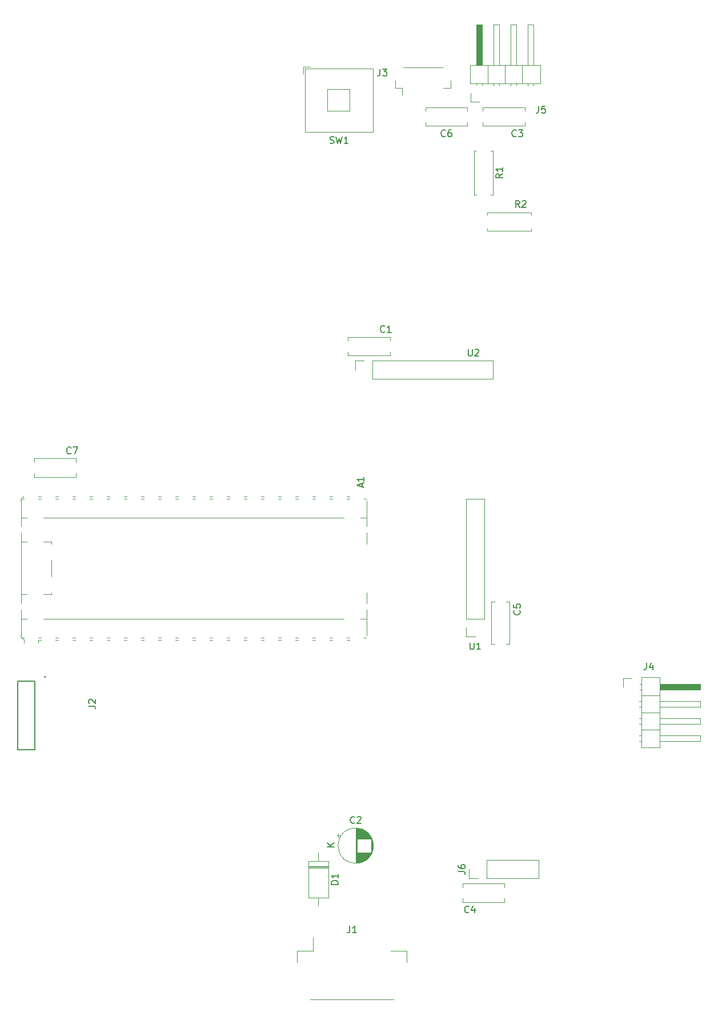
<source format=gbr>
%TF.GenerationSoftware,KiCad,Pcbnew,9.0.6*%
%TF.CreationDate,2025-12-22T22:41:29-05:00*%
%TF.ProjectId,TacoCopter_Flight_Controller,5461636f-436f-4707-9465-725f466c6967,rev?*%
%TF.SameCoordinates,Original*%
%TF.FileFunction,Legend,Top*%
%TF.FilePolarity,Positive*%
%FSLAX46Y46*%
G04 Gerber Fmt 4.6, Leading zero omitted, Abs format (unit mm)*
G04 Created by KiCad (PCBNEW 9.0.6) date 2025-12-22 22:41:29*
%MOMM*%
%LPD*%
G01*
G04 APERTURE LIST*
%ADD10C,0.150000*%
%ADD11C,0.120000*%
%ADD12C,0.200000*%
G04 APERTURE END LIST*
D10*
X156997732Y-110924819D02*
X156997732Y-111734342D01*
X156997732Y-111734342D02*
X157045351Y-111829580D01*
X157045351Y-111829580D02*
X157092970Y-111877200D01*
X157092970Y-111877200D02*
X157188208Y-111924819D01*
X157188208Y-111924819D02*
X157378684Y-111924819D01*
X157378684Y-111924819D02*
X157473922Y-111877200D01*
X157473922Y-111877200D02*
X157521541Y-111829580D01*
X157521541Y-111829580D02*
X157569160Y-111734342D01*
X157569160Y-111734342D02*
X157569160Y-110924819D01*
X158569160Y-111924819D02*
X157997732Y-111924819D01*
X158283446Y-111924819D02*
X158283446Y-110924819D01*
X158283446Y-110924819D02*
X158188208Y-111067676D01*
X158188208Y-111067676D02*
X158092970Y-111162914D01*
X158092970Y-111162914D02*
X157997732Y-111210533D01*
X140964104Y-87853339D02*
X140964104Y-87377149D01*
X141249819Y-87948577D02*
X140249819Y-87615244D01*
X140249819Y-87615244D02*
X141249819Y-87281911D01*
X141249819Y-86424768D02*
X141249819Y-86996196D01*
X141249819Y-86710482D02*
X140249819Y-86710482D01*
X140249819Y-86710482D02*
X140392676Y-86805720D01*
X140392676Y-86805720D02*
X140487914Y-86900958D01*
X140487914Y-86900958D02*
X140535533Y-86996196D01*
X97833333Y-82859580D02*
X97785714Y-82907200D01*
X97785714Y-82907200D02*
X97642857Y-82954819D01*
X97642857Y-82954819D02*
X97547619Y-82954819D01*
X97547619Y-82954819D02*
X97404762Y-82907200D01*
X97404762Y-82907200D02*
X97309524Y-82811961D01*
X97309524Y-82811961D02*
X97261905Y-82716723D01*
X97261905Y-82716723D02*
X97214286Y-82526247D01*
X97214286Y-82526247D02*
X97214286Y-82383390D01*
X97214286Y-82383390D02*
X97261905Y-82192914D01*
X97261905Y-82192914D02*
X97309524Y-82097676D01*
X97309524Y-82097676D02*
X97404762Y-82002438D01*
X97404762Y-82002438D02*
X97547619Y-81954819D01*
X97547619Y-81954819D02*
X97642857Y-81954819D01*
X97642857Y-81954819D02*
X97785714Y-82002438D01*
X97785714Y-82002438D02*
X97833333Y-82050057D01*
X98166667Y-81954819D02*
X98833333Y-81954819D01*
X98833333Y-81954819D02*
X98404762Y-82954819D01*
X153333333Y-35859580D02*
X153285714Y-35907200D01*
X153285714Y-35907200D02*
X153142857Y-35954819D01*
X153142857Y-35954819D02*
X153047619Y-35954819D01*
X153047619Y-35954819D02*
X152904762Y-35907200D01*
X152904762Y-35907200D02*
X152809524Y-35811961D01*
X152809524Y-35811961D02*
X152761905Y-35716723D01*
X152761905Y-35716723D02*
X152714286Y-35526247D01*
X152714286Y-35526247D02*
X152714286Y-35383390D01*
X152714286Y-35383390D02*
X152761905Y-35192914D01*
X152761905Y-35192914D02*
X152809524Y-35097676D01*
X152809524Y-35097676D02*
X152904762Y-35002438D01*
X152904762Y-35002438D02*
X153047619Y-34954819D01*
X153047619Y-34954819D02*
X153142857Y-34954819D01*
X153142857Y-34954819D02*
X153285714Y-35002438D01*
X153285714Y-35002438D02*
X153333333Y-35050057D01*
X154190476Y-34954819D02*
X154000000Y-34954819D01*
X154000000Y-34954819D02*
X153904762Y-35002438D01*
X153904762Y-35002438D02*
X153857143Y-35050057D01*
X153857143Y-35050057D02*
X153761905Y-35192914D01*
X153761905Y-35192914D02*
X153714286Y-35383390D01*
X153714286Y-35383390D02*
X153714286Y-35764342D01*
X153714286Y-35764342D02*
X153761905Y-35859580D01*
X153761905Y-35859580D02*
X153809524Y-35907200D01*
X153809524Y-35907200D02*
X153904762Y-35954819D01*
X153904762Y-35954819D02*
X154095238Y-35954819D01*
X154095238Y-35954819D02*
X154190476Y-35907200D01*
X154190476Y-35907200D02*
X154238095Y-35859580D01*
X154238095Y-35859580D02*
X154285714Y-35764342D01*
X154285714Y-35764342D02*
X154285714Y-35526247D01*
X154285714Y-35526247D02*
X154238095Y-35431009D01*
X154238095Y-35431009D02*
X154190476Y-35383390D01*
X154190476Y-35383390D02*
X154095238Y-35335771D01*
X154095238Y-35335771D02*
X153904762Y-35335771D01*
X153904762Y-35335771D02*
X153809524Y-35383390D01*
X153809524Y-35383390D02*
X153761905Y-35431009D01*
X153761905Y-35431009D02*
X153714286Y-35526247D01*
X164359580Y-106166666D02*
X164407200Y-106214285D01*
X164407200Y-106214285D02*
X164454819Y-106357142D01*
X164454819Y-106357142D02*
X164454819Y-106452380D01*
X164454819Y-106452380D02*
X164407200Y-106595237D01*
X164407200Y-106595237D02*
X164311961Y-106690475D01*
X164311961Y-106690475D02*
X164216723Y-106738094D01*
X164216723Y-106738094D02*
X164026247Y-106785713D01*
X164026247Y-106785713D02*
X163883390Y-106785713D01*
X163883390Y-106785713D02*
X163692914Y-106738094D01*
X163692914Y-106738094D02*
X163597676Y-106690475D01*
X163597676Y-106690475D02*
X163502438Y-106595237D01*
X163502438Y-106595237D02*
X163454819Y-106452380D01*
X163454819Y-106452380D02*
X163454819Y-106357142D01*
X163454819Y-106357142D02*
X163502438Y-106214285D01*
X163502438Y-106214285D02*
X163550057Y-106166666D01*
X163454819Y-105261904D02*
X163454819Y-105738094D01*
X163454819Y-105738094D02*
X163931009Y-105785713D01*
X163931009Y-105785713D02*
X163883390Y-105738094D01*
X163883390Y-105738094D02*
X163835771Y-105642856D01*
X163835771Y-105642856D02*
X163835771Y-105404761D01*
X163835771Y-105404761D02*
X163883390Y-105309523D01*
X163883390Y-105309523D02*
X163931009Y-105261904D01*
X163931009Y-105261904D02*
X164026247Y-105214285D01*
X164026247Y-105214285D02*
X164264342Y-105214285D01*
X164264342Y-105214285D02*
X164359580Y-105261904D01*
X164359580Y-105261904D02*
X164407200Y-105309523D01*
X164407200Y-105309523D02*
X164454819Y-105404761D01*
X164454819Y-105404761D02*
X164454819Y-105642856D01*
X164454819Y-105642856D02*
X164407200Y-105738094D01*
X164407200Y-105738094D02*
X164359580Y-105785713D01*
X156833333Y-150859580D02*
X156785714Y-150907200D01*
X156785714Y-150907200D02*
X156642857Y-150954819D01*
X156642857Y-150954819D02*
X156547619Y-150954819D01*
X156547619Y-150954819D02*
X156404762Y-150907200D01*
X156404762Y-150907200D02*
X156309524Y-150811961D01*
X156309524Y-150811961D02*
X156261905Y-150716723D01*
X156261905Y-150716723D02*
X156214286Y-150526247D01*
X156214286Y-150526247D02*
X156214286Y-150383390D01*
X156214286Y-150383390D02*
X156261905Y-150192914D01*
X156261905Y-150192914D02*
X156309524Y-150097676D01*
X156309524Y-150097676D02*
X156404762Y-150002438D01*
X156404762Y-150002438D02*
X156547619Y-149954819D01*
X156547619Y-149954819D02*
X156642857Y-149954819D01*
X156642857Y-149954819D02*
X156785714Y-150002438D01*
X156785714Y-150002438D02*
X156833333Y-150050057D01*
X157690476Y-150288152D02*
X157690476Y-150954819D01*
X157452381Y-149907200D02*
X157214286Y-150621485D01*
X157214286Y-150621485D02*
X157833333Y-150621485D01*
X163833333Y-35859580D02*
X163785714Y-35907200D01*
X163785714Y-35907200D02*
X163642857Y-35954819D01*
X163642857Y-35954819D02*
X163547619Y-35954819D01*
X163547619Y-35954819D02*
X163404762Y-35907200D01*
X163404762Y-35907200D02*
X163309524Y-35811961D01*
X163309524Y-35811961D02*
X163261905Y-35716723D01*
X163261905Y-35716723D02*
X163214286Y-35526247D01*
X163214286Y-35526247D02*
X163214286Y-35383390D01*
X163214286Y-35383390D02*
X163261905Y-35192914D01*
X163261905Y-35192914D02*
X163309524Y-35097676D01*
X163309524Y-35097676D02*
X163404762Y-35002438D01*
X163404762Y-35002438D02*
X163547619Y-34954819D01*
X163547619Y-34954819D02*
X163642857Y-34954819D01*
X163642857Y-34954819D02*
X163785714Y-35002438D01*
X163785714Y-35002438D02*
X163833333Y-35050057D01*
X164166667Y-34954819D02*
X164785714Y-34954819D01*
X164785714Y-34954819D02*
X164452381Y-35335771D01*
X164452381Y-35335771D02*
X164595238Y-35335771D01*
X164595238Y-35335771D02*
X164690476Y-35383390D01*
X164690476Y-35383390D02*
X164738095Y-35431009D01*
X164738095Y-35431009D02*
X164785714Y-35526247D01*
X164785714Y-35526247D02*
X164785714Y-35764342D01*
X164785714Y-35764342D02*
X164738095Y-35859580D01*
X164738095Y-35859580D02*
X164690476Y-35907200D01*
X164690476Y-35907200D02*
X164595238Y-35954819D01*
X164595238Y-35954819D02*
X164309524Y-35954819D01*
X164309524Y-35954819D02*
X164214286Y-35907200D01*
X164214286Y-35907200D02*
X164166667Y-35859580D01*
X139878221Y-137609580D02*
X139830602Y-137657200D01*
X139830602Y-137657200D02*
X139687745Y-137704819D01*
X139687745Y-137704819D02*
X139592507Y-137704819D01*
X139592507Y-137704819D02*
X139449650Y-137657200D01*
X139449650Y-137657200D02*
X139354412Y-137561961D01*
X139354412Y-137561961D02*
X139306793Y-137466723D01*
X139306793Y-137466723D02*
X139259174Y-137276247D01*
X139259174Y-137276247D02*
X139259174Y-137133390D01*
X139259174Y-137133390D02*
X139306793Y-136942914D01*
X139306793Y-136942914D02*
X139354412Y-136847676D01*
X139354412Y-136847676D02*
X139449650Y-136752438D01*
X139449650Y-136752438D02*
X139592507Y-136704819D01*
X139592507Y-136704819D02*
X139687745Y-136704819D01*
X139687745Y-136704819D02*
X139830602Y-136752438D01*
X139830602Y-136752438D02*
X139878221Y-136800057D01*
X140259174Y-136800057D02*
X140306793Y-136752438D01*
X140306793Y-136752438D02*
X140402031Y-136704819D01*
X140402031Y-136704819D02*
X140640126Y-136704819D01*
X140640126Y-136704819D02*
X140735364Y-136752438D01*
X140735364Y-136752438D02*
X140782983Y-136800057D01*
X140782983Y-136800057D02*
X140830602Y-136895295D01*
X140830602Y-136895295D02*
X140830602Y-136990533D01*
X140830602Y-136990533D02*
X140782983Y-137133390D01*
X140782983Y-137133390D02*
X140211555Y-137704819D01*
X140211555Y-137704819D02*
X140830602Y-137704819D01*
X144333333Y-64859580D02*
X144285714Y-64907200D01*
X144285714Y-64907200D02*
X144142857Y-64954819D01*
X144142857Y-64954819D02*
X144047619Y-64954819D01*
X144047619Y-64954819D02*
X143904762Y-64907200D01*
X143904762Y-64907200D02*
X143809524Y-64811961D01*
X143809524Y-64811961D02*
X143761905Y-64716723D01*
X143761905Y-64716723D02*
X143714286Y-64526247D01*
X143714286Y-64526247D02*
X143714286Y-64383390D01*
X143714286Y-64383390D02*
X143761905Y-64192914D01*
X143761905Y-64192914D02*
X143809524Y-64097676D01*
X143809524Y-64097676D02*
X143904762Y-64002438D01*
X143904762Y-64002438D02*
X144047619Y-63954819D01*
X144047619Y-63954819D02*
X144142857Y-63954819D01*
X144142857Y-63954819D02*
X144285714Y-64002438D01*
X144285714Y-64002438D02*
X144333333Y-64050057D01*
X145285714Y-64954819D02*
X144714286Y-64954819D01*
X145000000Y-64954819D02*
X145000000Y-63954819D01*
X145000000Y-63954819D02*
X144904762Y-64097676D01*
X144904762Y-64097676D02*
X144809524Y-64192914D01*
X144809524Y-64192914D02*
X144714286Y-64240533D01*
X161824819Y-41476666D02*
X161348628Y-41809999D01*
X161824819Y-42048094D02*
X160824819Y-42048094D01*
X160824819Y-42048094D02*
X160824819Y-41667142D01*
X160824819Y-41667142D02*
X160872438Y-41571904D01*
X160872438Y-41571904D02*
X160920057Y-41524285D01*
X160920057Y-41524285D02*
X161015295Y-41476666D01*
X161015295Y-41476666D02*
X161158152Y-41476666D01*
X161158152Y-41476666D02*
X161253390Y-41524285D01*
X161253390Y-41524285D02*
X161301009Y-41571904D01*
X161301009Y-41571904D02*
X161348628Y-41667142D01*
X161348628Y-41667142D02*
X161348628Y-42048094D01*
X161824819Y-40524285D02*
X161824819Y-41095713D01*
X161824819Y-40809999D02*
X160824819Y-40809999D01*
X160824819Y-40809999D02*
X160967676Y-40905237D01*
X160967676Y-40905237D02*
X161062914Y-41000475D01*
X161062914Y-41000475D02*
X161110533Y-41095713D01*
X136244167Y-36907200D02*
X136387024Y-36954819D01*
X136387024Y-36954819D02*
X136625119Y-36954819D01*
X136625119Y-36954819D02*
X136720357Y-36907200D01*
X136720357Y-36907200D02*
X136767976Y-36859580D01*
X136767976Y-36859580D02*
X136815595Y-36764342D01*
X136815595Y-36764342D02*
X136815595Y-36669104D01*
X136815595Y-36669104D02*
X136767976Y-36573866D01*
X136767976Y-36573866D02*
X136720357Y-36526247D01*
X136720357Y-36526247D02*
X136625119Y-36478628D01*
X136625119Y-36478628D02*
X136434643Y-36431009D01*
X136434643Y-36431009D02*
X136339405Y-36383390D01*
X136339405Y-36383390D02*
X136291786Y-36335771D01*
X136291786Y-36335771D02*
X136244167Y-36240533D01*
X136244167Y-36240533D02*
X136244167Y-36145295D01*
X136244167Y-36145295D02*
X136291786Y-36050057D01*
X136291786Y-36050057D02*
X136339405Y-36002438D01*
X136339405Y-36002438D02*
X136434643Y-35954819D01*
X136434643Y-35954819D02*
X136672738Y-35954819D01*
X136672738Y-35954819D02*
X136815595Y-36002438D01*
X137148929Y-35954819D02*
X137387024Y-36954819D01*
X137387024Y-36954819D02*
X137577500Y-36240533D01*
X137577500Y-36240533D02*
X137767976Y-36954819D01*
X137767976Y-36954819D02*
X138006072Y-35954819D01*
X138910833Y-36954819D02*
X138339405Y-36954819D01*
X138625119Y-36954819D02*
X138625119Y-35954819D01*
X138625119Y-35954819D02*
X138529881Y-36097676D01*
X138529881Y-36097676D02*
X138434643Y-36192914D01*
X138434643Y-36192914D02*
X138339405Y-36240533D01*
X183166666Y-113954819D02*
X183166666Y-114669104D01*
X183166666Y-114669104D02*
X183119047Y-114811961D01*
X183119047Y-114811961D02*
X183023809Y-114907200D01*
X183023809Y-114907200D02*
X182880952Y-114954819D01*
X182880952Y-114954819D02*
X182785714Y-114954819D01*
X184071428Y-114288152D02*
X184071428Y-114954819D01*
X183833333Y-113907200D02*
X183595238Y-114621485D01*
X183595238Y-114621485D02*
X184214285Y-114621485D01*
X139166666Y-152904819D02*
X139166666Y-153619104D01*
X139166666Y-153619104D02*
X139119047Y-153761961D01*
X139119047Y-153761961D02*
X139023809Y-153857200D01*
X139023809Y-153857200D02*
X138880952Y-153904819D01*
X138880952Y-153904819D02*
X138785714Y-153904819D01*
X140166666Y-153904819D02*
X139595238Y-153904819D01*
X139880952Y-153904819D02*
X139880952Y-152904819D01*
X139880952Y-152904819D02*
X139785714Y-153047676D01*
X139785714Y-153047676D02*
X139690476Y-153142914D01*
X139690476Y-153142914D02*
X139595238Y-153190533D01*
X100454819Y-120333333D02*
X101169104Y-120333333D01*
X101169104Y-120333333D02*
X101311961Y-120380952D01*
X101311961Y-120380952D02*
X101407200Y-120476190D01*
X101407200Y-120476190D02*
X101454819Y-120619047D01*
X101454819Y-120619047D02*
X101454819Y-120714285D01*
X100550057Y-119904761D02*
X100502438Y-119857142D01*
X100502438Y-119857142D02*
X100454819Y-119761904D01*
X100454819Y-119761904D02*
X100454819Y-119523809D01*
X100454819Y-119523809D02*
X100502438Y-119428571D01*
X100502438Y-119428571D02*
X100550057Y-119380952D01*
X100550057Y-119380952D02*
X100645295Y-119333333D01*
X100645295Y-119333333D02*
X100740533Y-119333333D01*
X100740533Y-119333333D02*
X100883390Y-119380952D01*
X100883390Y-119380952D02*
X101454819Y-119952380D01*
X101454819Y-119952380D02*
X101454819Y-119333333D01*
X155264819Y-144833333D02*
X155979104Y-144833333D01*
X155979104Y-144833333D02*
X156121961Y-144880952D01*
X156121961Y-144880952D02*
X156217200Y-144976190D01*
X156217200Y-144976190D02*
X156264819Y-145119047D01*
X156264819Y-145119047D02*
X156264819Y-145214285D01*
X155264819Y-143928571D02*
X155264819Y-144119047D01*
X155264819Y-144119047D02*
X155312438Y-144214285D01*
X155312438Y-144214285D02*
X155360057Y-144261904D01*
X155360057Y-144261904D02*
X155502914Y-144357142D01*
X155502914Y-144357142D02*
X155693390Y-144404761D01*
X155693390Y-144404761D02*
X156074342Y-144404761D01*
X156074342Y-144404761D02*
X156169580Y-144357142D01*
X156169580Y-144357142D02*
X156217200Y-144309523D01*
X156217200Y-144309523D02*
X156264819Y-144214285D01*
X156264819Y-144214285D02*
X156264819Y-144023809D01*
X156264819Y-144023809D02*
X156217200Y-143928571D01*
X156217200Y-143928571D02*
X156169580Y-143880952D01*
X156169580Y-143880952D02*
X156074342Y-143833333D01*
X156074342Y-143833333D02*
X155836247Y-143833333D01*
X155836247Y-143833333D02*
X155741009Y-143880952D01*
X155741009Y-143880952D02*
X155693390Y-143928571D01*
X155693390Y-143928571D02*
X155645771Y-144023809D01*
X155645771Y-144023809D02*
X155645771Y-144214285D01*
X155645771Y-144214285D02*
X155693390Y-144309523D01*
X155693390Y-144309523D02*
X155741009Y-144357142D01*
X155741009Y-144357142D02*
X155836247Y-144404761D01*
X156738095Y-67454819D02*
X156738095Y-68264342D01*
X156738095Y-68264342D02*
X156785714Y-68359580D01*
X156785714Y-68359580D02*
X156833333Y-68407200D01*
X156833333Y-68407200D02*
X156928571Y-68454819D01*
X156928571Y-68454819D02*
X157119047Y-68454819D01*
X157119047Y-68454819D02*
X157214285Y-68407200D01*
X157214285Y-68407200D02*
X157261904Y-68359580D01*
X157261904Y-68359580D02*
X157309523Y-68264342D01*
X157309523Y-68264342D02*
X157309523Y-67454819D01*
X157738095Y-67550057D02*
X157785714Y-67502438D01*
X157785714Y-67502438D02*
X157880952Y-67454819D01*
X157880952Y-67454819D02*
X158119047Y-67454819D01*
X158119047Y-67454819D02*
X158214285Y-67502438D01*
X158214285Y-67502438D02*
X158261904Y-67550057D01*
X158261904Y-67550057D02*
X158309523Y-67645295D01*
X158309523Y-67645295D02*
X158309523Y-67740533D01*
X158309523Y-67740533D02*
X158261904Y-67883390D01*
X158261904Y-67883390D02*
X157690476Y-68454819D01*
X157690476Y-68454819D02*
X158309523Y-68454819D01*
X143666666Y-25954819D02*
X143666666Y-26669104D01*
X143666666Y-26669104D02*
X143619047Y-26811961D01*
X143619047Y-26811961D02*
X143523809Y-26907200D01*
X143523809Y-26907200D02*
X143380952Y-26954819D01*
X143380952Y-26954819D02*
X143285714Y-26954819D01*
X144047619Y-25954819D02*
X144666666Y-25954819D01*
X144666666Y-25954819D02*
X144333333Y-26335771D01*
X144333333Y-26335771D02*
X144476190Y-26335771D01*
X144476190Y-26335771D02*
X144571428Y-26383390D01*
X144571428Y-26383390D02*
X144619047Y-26431009D01*
X144619047Y-26431009D02*
X144666666Y-26526247D01*
X144666666Y-26526247D02*
X144666666Y-26764342D01*
X144666666Y-26764342D02*
X144619047Y-26859580D01*
X144619047Y-26859580D02*
X144571428Y-26907200D01*
X144571428Y-26907200D02*
X144476190Y-26954819D01*
X144476190Y-26954819D02*
X144190476Y-26954819D01*
X144190476Y-26954819D02*
X144095238Y-26907200D01*
X144095238Y-26907200D02*
X144047619Y-26859580D01*
X137424819Y-146738094D02*
X136424819Y-146738094D01*
X136424819Y-146738094D02*
X136424819Y-146499999D01*
X136424819Y-146499999D02*
X136472438Y-146357142D01*
X136472438Y-146357142D02*
X136567676Y-146261904D01*
X136567676Y-146261904D02*
X136662914Y-146214285D01*
X136662914Y-146214285D02*
X136853390Y-146166666D01*
X136853390Y-146166666D02*
X136996247Y-146166666D01*
X136996247Y-146166666D02*
X137186723Y-146214285D01*
X137186723Y-146214285D02*
X137281961Y-146261904D01*
X137281961Y-146261904D02*
X137377200Y-146357142D01*
X137377200Y-146357142D02*
X137424819Y-146499999D01*
X137424819Y-146499999D02*
X137424819Y-146738094D01*
X137424819Y-145214285D02*
X137424819Y-145785713D01*
X137424819Y-145499999D02*
X136424819Y-145499999D01*
X136424819Y-145499999D02*
X136567676Y-145595237D01*
X136567676Y-145595237D02*
X136662914Y-145690475D01*
X136662914Y-145690475D02*
X136710533Y-145785713D01*
X136854819Y-141181904D02*
X135854819Y-141181904D01*
X136854819Y-140610476D02*
X136283390Y-141039047D01*
X135854819Y-140610476D02*
X136426247Y-141181904D01*
X164333333Y-46454819D02*
X164000000Y-45978628D01*
X163761905Y-46454819D02*
X163761905Y-45454819D01*
X163761905Y-45454819D02*
X164142857Y-45454819D01*
X164142857Y-45454819D02*
X164238095Y-45502438D01*
X164238095Y-45502438D02*
X164285714Y-45550057D01*
X164285714Y-45550057D02*
X164333333Y-45645295D01*
X164333333Y-45645295D02*
X164333333Y-45788152D01*
X164333333Y-45788152D02*
X164285714Y-45883390D01*
X164285714Y-45883390D02*
X164238095Y-45931009D01*
X164238095Y-45931009D02*
X164142857Y-45978628D01*
X164142857Y-45978628D02*
X163761905Y-45978628D01*
X164714286Y-45550057D02*
X164761905Y-45502438D01*
X164761905Y-45502438D02*
X164857143Y-45454819D01*
X164857143Y-45454819D02*
X165095238Y-45454819D01*
X165095238Y-45454819D02*
X165190476Y-45502438D01*
X165190476Y-45502438D02*
X165238095Y-45550057D01*
X165238095Y-45550057D02*
X165285714Y-45645295D01*
X165285714Y-45645295D02*
X165285714Y-45740533D01*
X165285714Y-45740533D02*
X165238095Y-45883390D01*
X165238095Y-45883390D02*
X164666667Y-46454819D01*
X164666667Y-46454819D02*
X165285714Y-46454819D01*
X167166666Y-31454819D02*
X167166666Y-32169104D01*
X167166666Y-32169104D02*
X167119047Y-32311961D01*
X167119047Y-32311961D02*
X167023809Y-32407200D01*
X167023809Y-32407200D02*
X166880952Y-32454819D01*
X166880952Y-32454819D02*
X166785714Y-32454819D01*
X168119047Y-31454819D02*
X167642857Y-31454819D01*
X167642857Y-31454819D02*
X167595238Y-31931009D01*
X167595238Y-31931009D02*
X167642857Y-31883390D01*
X167642857Y-31883390D02*
X167738095Y-31835771D01*
X167738095Y-31835771D02*
X167976190Y-31835771D01*
X167976190Y-31835771D02*
X168071428Y-31883390D01*
X168071428Y-31883390D02*
X168119047Y-31931009D01*
X168119047Y-31931009D02*
X168166666Y-32026247D01*
X168166666Y-32026247D02*
X168166666Y-32264342D01*
X168166666Y-32264342D02*
X168119047Y-32359580D01*
X168119047Y-32359580D02*
X168071428Y-32407200D01*
X168071428Y-32407200D02*
X167976190Y-32454819D01*
X167976190Y-32454819D02*
X167738095Y-32454819D01*
X167738095Y-32454819D02*
X167642857Y-32407200D01*
X167642857Y-32407200D02*
X167595238Y-32359580D01*
D11*
%TO.C,U1*%
X159089637Y-107430000D02*
X159089637Y-89590000D01*
X159089637Y-107430000D02*
X156429637Y-107430000D01*
X159089637Y-89590000D02*
X156429637Y-89590000D01*
X157759637Y-110030000D02*
X156429637Y-110030000D01*
X156429637Y-110030000D02*
X156429637Y-108700000D01*
X156429637Y-107430000D02*
X156429637Y-89590000D01*
%TO.C,A1*%
X90840000Y-110469676D02*
G75*
G02*
X90420000Y-109890000I190051J579692D01*
G01*
X90420000Y-89890000D02*
G75*
G02*
X90840063Y-89310324I610000J0D01*
G01*
X141640000Y-109890000D02*
X141640000Y-106052061D01*
X141640000Y-103490000D02*
X141640000Y-105127939D01*
X141640000Y-94652061D02*
X141640000Y-96290000D01*
X141640000Y-93727939D02*
X141640000Y-89890000D01*
X141219937Y-110160000D02*
X141577000Y-110160000D01*
X141219937Y-89620000D02*
X141577000Y-89620000D01*
X140726480Y-107400000D02*
X141640000Y-107400000D01*
X140726480Y-92380000D02*
X141640000Y-92380000D01*
X138680000Y-110500000D02*
X139100000Y-110500000D01*
X138680000Y-110160000D02*
X139100000Y-110160000D01*
X138680000Y-89620000D02*
X139100000Y-89620000D01*
X138680000Y-89280000D02*
X139100000Y-89280000D01*
X136140000Y-110500000D02*
X136560000Y-110500000D01*
X136140000Y-110160000D02*
X136560000Y-110160000D01*
X136140000Y-89620000D02*
X136560000Y-89620000D01*
X136140000Y-89280000D02*
X136560000Y-89280000D01*
X133600000Y-110500000D02*
X134020000Y-110500000D01*
X133600000Y-110160000D02*
X134020000Y-110160000D01*
X133600000Y-89620000D02*
X134020000Y-89620000D01*
X133600000Y-89280000D02*
X134020000Y-89280000D01*
X131060000Y-110500000D02*
X131480000Y-110500000D01*
X131060000Y-110160000D02*
X131480000Y-110160000D01*
X131060000Y-89620000D02*
X131480000Y-89620000D01*
X131060000Y-89280000D02*
X131480000Y-89280000D01*
X128520000Y-110500000D02*
X128940000Y-110500000D01*
X128520000Y-110160000D02*
X128940000Y-110160000D01*
X128520000Y-89620000D02*
X128940000Y-89620000D01*
X128520000Y-89280000D02*
X128940000Y-89280000D01*
X125980000Y-110500000D02*
X126400000Y-110500000D01*
X125980000Y-110160000D02*
X126400000Y-110160000D01*
X125980000Y-89620000D02*
X126400000Y-89620000D01*
X125980000Y-89280000D02*
X126400000Y-89280000D01*
X123440000Y-110500000D02*
X123860000Y-110500000D01*
X123440000Y-110160000D02*
X123860000Y-110160000D01*
X123440000Y-89620000D02*
X123860000Y-89620000D01*
X123440000Y-89280000D02*
X123860000Y-89280000D01*
X120900000Y-110500000D02*
X121320000Y-110500000D01*
X120900000Y-110160000D02*
X121320000Y-110160000D01*
X120900000Y-89620000D02*
X121320000Y-89620000D01*
X120900000Y-89280000D02*
X121320000Y-89280000D01*
X118360000Y-110500000D02*
X118780000Y-110500000D01*
X118360000Y-110160000D02*
X118780000Y-110160000D01*
X118360000Y-89620000D02*
X118780000Y-89620000D01*
X118360000Y-89280000D02*
X118780000Y-89280000D01*
X115820000Y-110500000D02*
X116240000Y-110500000D01*
X115820000Y-110160000D02*
X116240000Y-110160000D01*
X115820000Y-89620000D02*
X116240000Y-89620000D01*
X115820000Y-89280000D02*
X116240000Y-89280000D01*
X113280000Y-110500000D02*
X113700000Y-110500000D01*
X113280000Y-110160000D02*
X113700000Y-110160000D01*
X113280000Y-89620000D02*
X113700000Y-89620000D01*
X113280000Y-89280000D02*
X113700000Y-89280000D01*
X110740000Y-110500000D02*
X111160000Y-110500000D01*
X110740000Y-110160000D02*
X111160000Y-110160000D01*
X110740000Y-89620000D02*
X111160000Y-89620000D01*
X110740000Y-89280000D02*
X111160000Y-89280000D01*
X108200000Y-110500000D02*
X108620000Y-110500000D01*
X108200000Y-110160000D02*
X108620000Y-110160000D01*
X108200000Y-89620000D02*
X108620000Y-89620000D01*
X108200000Y-89280000D02*
X108620000Y-89280000D01*
X105660000Y-110500000D02*
X106080000Y-110500000D01*
X105660000Y-110160000D02*
X106080000Y-110160000D01*
X105660000Y-89620000D02*
X106080000Y-89620000D01*
X105660000Y-89280000D02*
X106080000Y-89280000D01*
X103120000Y-110500000D02*
X103540000Y-110500000D01*
X103120000Y-110160000D02*
X103540000Y-110160000D01*
X103120000Y-89620000D02*
X103540000Y-89620000D01*
X103120000Y-89280000D02*
X103540000Y-89280000D01*
X100580000Y-110500000D02*
X101000000Y-110500000D01*
X100580000Y-110160000D02*
X101000000Y-110160000D01*
X100580000Y-89620000D02*
X101000000Y-89620000D01*
X100580000Y-89280000D02*
X101000000Y-89280000D01*
X98040000Y-110500000D02*
X98460000Y-110500000D01*
X98040000Y-110160000D02*
X98460000Y-110160000D01*
X98040000Y-89620000D02*
X98460000Y-89620000D01*
X98040000Y-89280000D02*
X98460000Y-89280000D01*
X95500000Y-110500000D02*
X95920000Y-110500000D01*
X95500000Y-110160000D02*
X95920000Y-110160000D01*
X95500000Y-89620000D02*
X95920000Y-89620000D01*
X95500000Y-89280000D02*
X95920000Y-89280000D01*
X94940000Y-103790000D02*
X94940000Y-103493910D01*
X94940000Y-101136090D02*
X94940000Y-98643910D01*
X94940000Y-96286090D02*
X94940000Y-95990000D01*
X93726480Y-107400000D02*
X138333520Y-107400000D01*
X93726480Y-92380000D02*
X138333520Y-92380000D01*
X93724000Y-103790000D02*
X94940000Y-103790000D01*
X93724000Y-95990000D02*
X94940000Y-95990000D01*
X92960000Y-110500000D02*
X93380000Y-110500000D01*
X92960000Y-110500000D02*
X92960000Y-110980000D01*
X92960000Y-110160000D02*
X93380000Y-110160000D01*
X92960000Y-89620000D02*
X93380000Y-89620000D01*
X92960000Y-89280000D02*
X93380000Y-89280000D01*
X90840063Y-110160000D02*
X90483000Y-110160000D01*
X90840063Y-89620000D02*
X90483000Y-89620000D01*
X90840000Y-110469676D02*
X90840000Y-110980000D01*
X90420000Y-109890000D02*
X90420000Y-107400000D01*
X90420000Y-107400000D02*
X91333520Y-107400000D01*
X90420000Y-107400000D02*
X90420000Y-106052060D01*
X90420000Y-105127939D02*
X90420000Y-104125000D01*
X90420000Y-104125000D02*
X90420000Y-95655000D01*
X90420000Y-103790000D02*
X91336000Y-103790000D01*
X90420000Y-95990000D02*
X91336000Y-95990000D01*
X90420000Y-95655000D02*
X90420000Y-94652061D01*
X90420000Y-93727939D02*
X90420000Y-92380000D01*
X90420000Y-92380000D02*
X91333520Y-92380000D01*
X90420000Y-89890000D02*
X90420000Y-92380000D01*
%TO.C,C7*%
X98620000Y-86370000D02*
X92380000Y-86370000D01*
X98620000Y-85835000D02*
X98620000Y-86370000D01*
X98620000Y-83630000D02*
X98620000Y-84165000D01*
X92380000Y-86370000D02*
X92380000Y-85835000D01*
X92380000Y-84165000D02*
X92380000Y-83630000D01*
X92380000Y-83630000D02*
X98620000Y-83630000D01*
%TO.C,C6*%
X156620000Y-34370000D02*
X150380000Y-34370000D01*
X156620000Y-33835000D02*
X156620000Y-34370000D01*
X156620000Y-31630000D02*
X156620000Y-32165000D01*
X150380000Y-34370000D02*
X150380000Y-33835000D01*
X150380000Y-32165000D02*
X150380000Y-31630000D01*
X150380000Y-31630000D02*
X156620000Y-31630000D01*
%TO.C,C5*%
X160130000Y-111120000D02*
X160130000Y-104880000D01*
X160665000Y-111120000D02*
X160130000Y-111120000D01*
X162870000Y-111120000D02*
X162335000Y-111120000D01*
X160130000Y-104880000D02*
X160665000Y-104880000D01*
X162335000Y-104880000D02*
X162870000Y-104880000D01*
X162870000Y-104880000D02*
X162870000Y-111120000D01*
%TO.C,C4*%
X162120000Y-149370000D02*
X155880000Y-149370000D01*
X162120000Y-148835000D02*
X162120000Y-149370000D01*
X162120000Y-146630000D02*
X162120000Y-147165000D01*
X155880000Y-149370000D02*
X155880000Y-148835000D01*
X155880000Y-147165000D02*
X155880000Y-146630000D01*
X155880000Y-146630000D02*
X162120000Y-146630000D01*
%TO.C,C3*%
X165120000Y-34370000D02*
X158880000Y-34370000D01*
X165120000Y-33835000D02*
X165120000Y-34370000D01*
X165120000Y-31630000D02*
X165120000Y-32165000D01*
X158880000Y-34370000D02*
X158880000Y-33835000D01*
X158880000Y-32165000D02*
X158880000Y-31630000D01*
X158880000Y-31630000D02*
X165120000Y-31630000D01*
%TO.C,C2*%
X137240113Y-139525000D02*
X137740113Y-139525000D01*
X137490113Y-139275000D02*
X137490113Y-139775000D01*
X140044888Y-138420000D02*
X140044888Y-143580000D01*
X140084888Y-138420000D02*
X140084888Y-143580000D01*
X140124888Y-138421000D02*
X140124888Y-143579000D01*
X140164888Y-138423000D02*
X140164888Y-143577000D01*
X140204888Y-138425000D02*
X140204888Y-143575000D01*
X140244888Y-138428000D02*
X140244888Y-143572000D01*
X140284888Y-138431000D02*
X140284888Y-139960000D01*
X140284888Y-142040000D02*
X140284888Y-143569000D01*
X140324888Y-138435000D02*
X140324888Y-139960000D01*
X140324888Y-142040000D02*
X140324888Y-143565000D01*
X140364888Y-138440000D02*
X140364888Y-139960000D01*
X140364888Y-142040000D02*
X140364888Y-143560000D01*
X140404888Y-138445000D02*
X140404888Y-139960000D01*
X140404888Y-142040000D02*
X140404888Y-143555000D01*
X140444888Y-138451000D02*
X140444888Y-139960000D01*
X140444888Y-142040000D02*
X140444888Y-143549000D01*
X140484888Y-138457000D02*
X140484888Y-139960000D01*
X140484888Y-142040000D02*
X140484888Y-143543000D01*
X140524888Y-138464000D02*
X140524888Y-139960000D01*
X140524888Y-142040000D02*
X140524888Y-143536000D01*
X140564888Y-138472000D02*
X140564888Y-139960000D01*
X140564888Y-142040000D02*
X140564888Y-143528000D01*
X140604888Y-138481000D02*
X140604888Y-139960000D01*
X140604888Y-142040000D02*
X140604888Y-143519000D01*
X140644888Y-138490000D02*
X140644888Y-139960000D01*
X140644888Y-142040000D02*
X140644888Y-143510000D01*
X140684888Y-138499000D02*
X140684888Y-139960000D01*
X140684888Y-142040000D02*
X140684888Y-143501000D01*
X140724888Y-138510000D02*
X140724888Y-139960000D01*
X140724888Y-142040000D02*
X140724888Y-143490000D01*
X140764888Y-138521000D02*
X140764888Y-139960000D01*
X140764888Y-142040000D02*
X140764888Y-143479000D01*
X140804888Y-138533000D02*
X140804888Y-139960000D01*
X140804888Y-142040000D02*
X140804888Y-143467000D01*
X140844888Y-138545000D02*
X140844888Y-139960000D01*
X140844888Y-142040000D02*
X140844888Y-143455000D01*
X140884888Y-138558000D02*
X140884888Y-139960000D01*
X140884888Y-142040000D02*
X140884888Y-143442000D01*
X140924888Y-138572000D02*
X140924888Y-139960000D01*
X140924888Y-142040000D02*
X140924888Y-143428000D01*
X140964888Y-138587000D02*
X140964888Y-139960000D01*
X140964888Y-142040000D02*
X140964888Y-143413000D01*
X141004888Y-138602000D02*
X141004888Y-139960000D01*
X141004888Y-142040000D02*
X141004888Y-143398000D01*
X141044888Y-138618000D02*
X141044888Y-139960000D01*
X141044888Y-142040000D02*
X141044888Y-143382000D01*
X141084888Y-138635000D02*
X141084888Y-139960000D01*
X141084888Y-142040000D02*
X141084888Y-143365000D01*
X141124888Y-138653000D02*
X141124888Y-139960000D01*
X141124888Y-142040000D02*
X141124888Y-143347000D01*
X141164888Y-138671000D02*
X141164888Y-139960000D01*
X141164888Y-142040000D02*
X141164888Y-143329000D01*
X141204888Y-138691000D02*
X141204888Y-139960000D01*
X141204888Y-142040000D02*
X141204888Y-143309000D01*
X141244888Y-138711000D02*
X141244888Y-139960000D01*
X141244888Y-142040000D02*
X141244888Y-143289000D01*
X141284888Y-138732000D02*
X141284888Y-139960000D01*
X141284888Y-142040000D02*
X141284888Y-143268000D01*
X141324888Y-138754000D02*
X141324888Y-139960000D01*
X141324888Y-142040000D02*
X141324888Y-143246000D01*
X141364888Y-138777000D02*
X141364888Y-139960000D01*
X141364888Y-142040000D02*
X141364888Y-143223000D01*
X141404888Y-138801000D02*
X141404888Y-139960000D01*
X141404888Y-142040000D02*
X141404888Y-143199000D01*
X141444888Y-138825000D02*
X141444888Y-139960000D01*
X141444888Y-142040000D02*
X141444888Y-143175000D01*
X141484888Y-138851000D02*
X141484888Y-139960000D01*
X141484888Y-142040000D02*
X141484888Y-143149000D01*
X141524888Y-138878000D02*
X141524888Y-139960000D01*
X141524888Y-142040000D02*
X141524888Y-143122000D01*
X141564888Y-138906000D02*
X141564888Y-139960000D01*
X141564888Y-142040000D02*
X141564888Y-143094000D01*
X141604888Y-138935000D02*
X141604888Y-139960000D01*
X141604888Y-142040000D02*
X141604888Y-143065000D01*
X141644888Y-138965000D02*
X141644888Y-139960000D01*
X141644888Y-142040000D02*
X141644888Y-143035000D01*
X141684888Y-138997000D02*
X141684888Y-139960000D01*
X141684888Y-142040000D02*
X141684888Y-143003000D01*
X141724888Y-139030000D02*
X141724888Y-139960000D01*
X141724888Y-142040000D02*
X141724888Y-142970000D01*
X141764888Y-139064000D02*
X141764888Y-139960000D01*
X141764888Y-142040000D02*
X141764888Y-142936000D01*
X141804888Y-139099000D02*
X141804888Y-139960000D01*
X141804888Y-142040000D02*
X141804888Y-142901000D01*
X141844888Y-139136000D02*
X141844888Y-139960000D01*
X141844888Y-142040000D02*
X141844888Y-142864000D01*
X141884888Y-139175000D02*
X141884888Y-139960000D01*
X141884888Y-142040000D02*
X141884888Y-142825000D01*
X141924888Y-139215000D02*
X141924888Y-139960000D01*
X141924888Y-142040000D02*
X141924888Y-142785000D01*
X141964888Y-139257000D02*
X141964888Y-139960000D01*
X141964888Y-142040000D02*
X141964888Y-142743000D01*
X142004888Y-139301000D02*
X142004888Y-139960000D01*
X142004888Y-142040000D02*
X142004888Y-142699000D01*
X142044888Y-139348000D02*
X142044888Y-139960000D01*
X142044888Y-142040000D02*
X142044888Y-142652000D01*
X142084888Y-139396000D02*
X142084888Y-139960000D01*
X142084888Y-142040000D02*
X142084888Y-142604000D01*
X142124888Y-139447000D02*
X142124888Y-139960000D01*
X142124888Y-142040000D02*
X142124888Y-142553000D01*
X142164888Y-139501000D02*
X142164888Y-139960000D01*
X142164888Y-142040000D02*
X142164888Y-142499000D01*
X142204888Y-139557000D02*
X142204888Y-139960000D01*
X142204888Y-142040000D02*
X142204888Y-142443000D01*
X142244888Y-139617000D02*
X142244888Y-139960000D01*
X142244888Y-142040000D02*
X142244888Y-142383000D01*
X142284888Y-139681000D02*
X142284888Y-139960000D01*
X142284888Y-142040000D02*
X142284888Y-142319000D01*
X142324888Y-139749000D02*
X142324888Y-139960000D01*
X142324888Y-142040000D02*
X142324888Y-142251000D01*
X142364888Y-139823000D02*
X142364888Y-142177000D01*
X142404888Y-139902000D02*
X142404888Y-142098000D01*
X142444888Y-139989000D02*
X142444888Y-142011000D01*
X142484888Y-140086000D02*
X142484888Y-141914000D01*
X142524888Y-140195000D02*
X142524888Y-141805000D01*
X142564888Y-140323000D02*
X142564888Y-141677000D01*
X142604888Y-140483000D02*
X142604888Y-141517000D01*
X142644888Y-140717000D02*
X142644888Y-141283000D01*
X142664888Y-141000000D02*
G75*
G02*
X137424888Y-141000000I-2620000J0D01*
G01*
X137424888Y-141000000D02*
G75*
G02*
X142664888Y-141000000I2620000J0D01*
G01*
%TO.C,C1*%
X145120000Y-68370000D02*
X138880000Y-68370000D01*
X145120000Y-67835000D02*
X145120000Y-68370000D01*
X145120000Y-65630000D02*
X145120000Y-66165000D01*
X138880000Y-68370000D02*
X138880000Y-67835000D01*
X138880000Y-66165000D02*
X138880000Y-65630000D01*
X138880000Y-65630000D02*
X145120000Y-65630000D01*
%TO.C,R1*%
X160370000Y-38040000D02*
X160370000Y-44580000D01*
X160040000Y-38040000D02*
X160370000Y-38040000D01*
X157960000Y-38040000D02*
X157630000Y-38040000D01*
X157630000Y-38040000D02*
X157630000Y-44580000D01*
X160370000Y-44580000D02*
X160040000Y-44580000D01*
X157630000Y-44580000D02*
X157960000Y-44580000D01*
%TO.C,SW1*%
X132307500Y-26607500D02*
X132307500Y-25607500D01*
X132557500Y-35297500D02*
X132557500Y-25857500D01*
X133307500Y-25607500D02*
X132307500Y-25607500D01*
X135877500Y-28877500D02*
X135877500Y-32177500D01*
X139177500Y-28877500D02*
X135877500Y-28877500D01*
X139177500Y-28877500D02*
X139177500Y-32177500D01*
X139177500Y-32177500D02*
X135877500Y-32177500D01*
X142597500Y-25857500D02*
X132557500Y-25857500D01*
X142597500Y-35297500D02*
X132557500Y-35297500D01*
X142597500Y-35297500D02*
X142597500Y-25857500D01*
%TO.C,J4*%
X179730000Y-116190000D02*
X181000000Y-116190000D01*
X179730000Y-117460000D02*
X179730000Y-116190000D01*
X182077358Y-119570000D02*
X182390000Y-119570000D01*
X182077358Y-120430000D02*
X182390000Y-120430000D01*
X182077358Y-122110000D02*
X182390000Y-122110000D01*
X182077358Y-122970000D02*
X182390000Y-122970000D01*
X182077358Y-124650000D02*
X182390000Y-124650000D01*
X182077358Y-125510000D02*
X182390000Y-125510000D01*
X182160000Y-117030000D02*
X182390000Y-117030000D01*
X182160000Y-117890000D02*
X182390000Y-117890000D01*
X182390000Y-116080000D02*
X182390000Y-126460000D01*
X182390000Y-118730000D02*
X185150000Y-118730000D01*
X182390000Y-121270000D02*
X185150000Y-121270000D01*
X182390000Y-123810000D02*
X185150000Y-123810000D01*
X182390000Y-126460000D02*
X185150000Y-126460000D01*
X185150000Y-116080000D02*
X182390000Y-116080000D01*
X185150000Y-119570000D02*
X191150000Y-119570000D01*
X185150000Y-122110000D02*
X191150000Y-122110000D01*
X185150000Y-124650000D02*
X191150000Y-124650000D01*
X185150000Y-126460000D02*
X185150000Y-116080000D01*
X191150000Y-119570000D02*
X191150000Y-120430000D01*
X191150000Y-120430000D02*
X185150000Y-120430000D01*
X191150000Y-122110000D02*
X191150000Y-122970000D01*
X191150000Y-122970000D02*
X185150000Y-122970000D01*
X191150000Y-124650000D02*
X191150000Y-125510000D01*
X191150000Y-125510000D02*
X185150000Y-125510000D01*
X185150000Y-117030000D02*
X191150000Y-117030000D01*
X191150000Y-117890000D01*
X185150000Y-117890000D01*
X185150000Y-117030000D01*
G36*
X185150000Y-117030000D02*
G01*
X191150000Y-117030000D01*
X191150000Y-117890000D01*
X185150000Y-117890000D01*
X185150000Y-117030000D01*
G37*
%TO.C,J1*%
X131390000Y-156590000D02*
X133740000Y-156590000D01*
X131390000Y-158290000D02*
X131390000Y-156590000D01*
X133310000Y-163760000D02*
X145690000Y-163760000D01*
X133740000Y-156590000D02*
X133740000Y-154650000D01*
X147610000Y-156590000D02*
X145260000Y-156590000D01*
X147610000Y-158290000D02*
X147610000Y-156590000D01*
D12*
%TO.C,J2*%
X92500000Y-126810000D02*
X92500000Y-116650000D01*
X92500000Y-126810000D02*
X89960000Y-126810000D01*
X89960000Y-126810000D02*
X89960000Y-116650000D01*
X89960000Y-116650000D02*
X92500000Y-116650000D01*
X94100000Y-116000000D02*
G75*
G02*
X93900000Y-116000000I-100000J0D01*
G01*
X93900000Y-116000000D02*
G75*
G02*
X94100000Y-116000000I100000J0D01*
G01*
D11*
%TO.C,J6*%
X156810000Y-145880000D02*
X156810000Y-144500000D01*
X158190000Y-145880000D02*
X156810000Y-145880000D01*
X159460000Y-145880000D02*
X167190000Y-145880000D01*
X159460000Y-145880000D02*
X159460000Y-143120000D01*
X167190000Y-145880000D02*
X167190000Y-143120000D01*
X159460000Y-143120000D02*
X167190000Y-143120000D01*
%TO.C,U2*%
X142570000Y-71830000D02*
X160410000Y-71830000D01*
X142570000Y-71830000D02*
X142570000Y-69170000D01*
X160410000Y-71830000D02*
X160410000Y-69170000D01*
X139970000Y-70500000D02*
X139970000Y-69170000D01*
X139970000Y-69170000D02*
X141300000Y-69170000D01*
X142570000Y-69170000D02*
X160410000Y-69170000D01*
%TO.C,J3*%
X145890000Y-27635000D02*
X145890000Y-28785000D01*
X145890000Y-28785000D02*
X146940000Y-28785000D01*
X146940000Y-28785000D02*
X146940000Y-29775000D01*
X147060000Y-25665000D02*
X152940000Y-25665000D01*
X154110000Y-27635000D02*
X154110000Y-28785000D01*
X154110000Y-28785000D02*
X153060000Y-28785000D01*
%TO.C,D1*%
X134500000Y-142060000D02*
X134500000Y-143280000D01*
X135970000Y-144060000D02*
X133030000Y-144060000D01*
X135970000Y-144180000D02*
X133030000Y-144180000D01*
X135970000Y-144300000D02*
X133030000Y-144300000D01*
X134500000Y-149940000D02*
X134500000Y-148720000D01*
X135970000Y-143280000D02*
X133030000Y-143280000D01*
X133030000Y-148720000D01*
X135970000Y-148720000D01*
X135970000Y-143280000D01*
%TO.C,R2*%
X166080000Y-49920000D02*
X159540000Y-49920000D01*
X166080000Y-49590000D02*
X166080000Y-49920000D01*
X166080000Y-47510000D02*
X166080000Y-47180000D01*
X166080000Y-47180000D02*
X159540000Y-47180000D01*
X159540000Y-49920000D02*
X159540000Y-49590000D01*
X159540000Y-47180000D02*
X159540000Y-47510000D01*
%TO.C,J5*%
X166430000Y-19350000D02*
X166430000Y-25350000D01*
X165570000Y-19350000D02*
X166430000Y-19350000D01*
X163890000Y-19350000D02*
X163890000Y-25350000D01*
X163030000Y-19350000D02*
X163890000Y-19350000D01*
X161350000Y-19350000D02*
X161350000Y-25350000D01*
X160490000Y-19350000D02*
X161350000Y-19350000D01*
X167380000Y-25350000D02*
X157000000Y-25350000D01*
X165570000Y-25350000D02*
X165570000Y-19350000D01*
X163030000Y-25350000D02*
X163030000Y-19350000D01*
X160490000Y-25350000D02*
X160490000Y-19350000D01*
X157000000Y-25350000D02*
X157000000Y-28110000D01*
X167380000Y-28110000D02*
X167380000Y-25350000D01*
X164730000Y-28110000D02*
X164730000Y-25350000D01*
X162190000Y-28110000D02*
X162190000Y-25350000D01*
X159650000Y-28110000D02*
X159650000Y-25350000D01*
X157000000Y-28110000D02*
X167380000Y-28110000D01*
X158810000Y-28340000D02*
X158810000Y-28110000D01*
X157950000Y-28340000D02*
X157950000Y-28110000D01*
X166430000Y-28422642D02*
X166430000Y-28110000D01*
X165570000Y-28422642D02*
X165570000Y-28110000D01*
X163890000Y-28422642D02*
X163890000Y-28110000D01*
X163030000Y-28422642D02*
X163030000Y-28110000D01*
X161350000Y-28422642D02*
X161350000Y-28110000D01*
X160490000Y-28422642D02*
X160490000Y-28110000D01*
X158380000Y-30770000D02*
X157110000Y-30770000D01*
X157110000Y-30770000D02*
X157110000Y-29500000D01*
X157950000Y-25350000D02*
X158810000Y-25350000D01*
X158810000Y-19350000D01*
X157950000Y-19350000D01*
X157950000Y-25350000D01*
G36*
X157950000Y-25350000D02*
G01*
X158810000Y-25350000D01*
X158810000Y-19350000D01*
X157950000Y-19350000D01*
X157950000Y-25350000D01*
G37*
%TD*%
M02*

</source>
